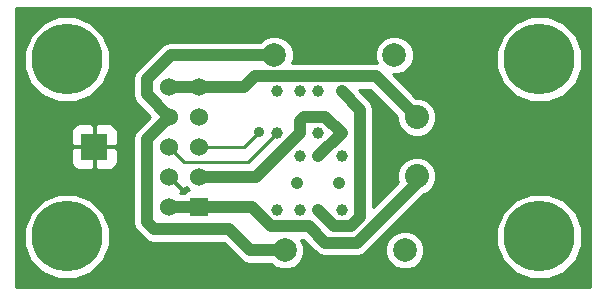
<source format=gbl>
%FSLAX36Y36*%
G04 Gerber Fmt 3.6, Leading zero omitted, Abs format (unit inch)*
G04 Created by KiCad (PCBNEW (2014-jul-16 BZR unknown)-product) date Tue 13 Jan 2015 02:04:58 PM PST*
%MOIN*%
G01*
G04 APERTURE LIST*
%ADD10C,0.003937*%
%ADD11C,0.078700*%
%ADD12R,0.088000X0.088000*%
%ADD13C,0.039370*%
%ADD14C,0.041339*%
%ADD15C,0.080000*%
%ADD16R,0.060000X0.060000*%
%ADD17C,0.060000*%
%ADD18C,0.236220*%
%ADD19C,0.035000*%
%ADD20C,0.040000*%
%ADD21C,0.010000*%
G04 APERTURE END LIST*
D10*
D11*
X5260000Y-4770000D03*
X4860000Y-4770000D03*
X5225000Y-4120000D03*
X4825000Y-4120000D03*
D12*
X4225000Y-4425000D03*
D13*
X4832677Y-4636772D03*
X4911417Y-4636811D03*
X4832677Y-4457677D03*
X4911417Y-4457677D03*
D14*
X4901575Y-4547244D03*
D13*
X4970472Y-4636772D03*
X5049213Y-4636811D03*
X4970472Y-4457677D03*
X5049213Y-4457677D03*
D14*
X5039370Y-4547244D03*
D13*
X4911417Y-4241142D03*
X4832677Y-4241142D03*
X4911417Y-4380906D03*
X4832677Y-4380906D03*
X5049213Y-4241142D03*
X4970472Y-4241142D03*
X5049213Y-4380906D03*
X4970472Y-4380906D03*
D15*
X5300000Y-4523425D03*
X5300000Y-4326575D03*
D16*
X4575000Y-4625000D03*
D17*
X4475000Y-4625000D03*
X4575000Y-4525000D03*
X4475000Y-4525000D03*
X4575000Y-4425000D03*
X4475000Y-4425000D03*
X4575000Y-4325000D03*
X4475000Y-4325000D03*
X4575000Y-4225000D03*
X4475000Y-4225000D03*
D18*
X5708661Y-4724409D03*
X4133858Y-4724409D03*
X5708661Y-4133858D03*
X4133858Y-4133858D03*
D19*
X5110000Y-4660000D03*
X4775000Y-4375000D03*
D20*
X5023701Y-4690000D02*
X5080000Y-4690000D01*
X5080000Y-4690000D02*
X5110000Y-4660000D01*
X5110000Y-4660000D02*
X5110000Y-4350000D01*
X5110000Y-4350000D02*
X5110000Y-4301929D01*
X5110000Y-4301929D02*
X5049213Y-4241142D01*
X4970472Y-4636772D02*
X5023701Y-4690000D01*
D21*
X4575000Y-4425000D02*
X4725000Y-4425000D01*
X4725000Y-4425000D02*
X4775000Y-4375000D01*
X4832677Y-4380906D02*
X4738583Y-4475000D01*
X4525000Y-4475000D02*
X4475000Y-4425000D01*
X4738583Y-4475000D02*
X4525000Y-4475000D01*
D20*
X4575000Y-4225000D02*
X4725000Y-4225000D01*
X5163425Y-4190000D02*
X4760000Y-4190000D01*
X4760000Y-4190000D02*
X4725000Y-4225000D01*
X5163425Y-4190000D02*
X5300000Y-4326575D01*
X4475000Y-4225000D02*
X4575000Y-4225000D01*
X5100000Y-4745000D02*
X4995000Y-4745000D01*
X4940000Y-4690000D02*
X4815000Y-4690000D01*
X4995000Y-4745000D02*
X4940000Y-4690000D01*
X4575000Y-4625000D02*
X4750000Y-4625000D01*
X5300000Y-4545000D02*
X5300000Y-4523425D01*
X5300000Y-4545000D02*
X5100000Y-4745000D01*
X4815000Y-4690000D02*
X4750000Y-4625000D01*
X4475000Y-4625000D02*
X4575000Y-4625000D01*
X4575000Y-4525000D02*
X4765354Y-4525000D01*
X4765354Y-4525000D02*
X4832677Y-4457677D01*
D21*
X4970472Y-4439961D02*
X4970472Y-4457677D01*
D20*
X4834646Y-4457677D02*
X4911417Y-4380906D01*
X4832677Y-4457677D02*
X4834646Y-4457677D01*
X4972441Y-4457677D02*
X5049213Y-4380906D01*
X4970472Y-4457677D02*
X4972441Y-4457677D01*
X4911417Y-4338583D02*
X4925000Y-4325000D01*
X4925000Y-4325000D02*
X4993307Y-4325000D01*
X4993307Y-4325000D02*
X5049213Y-4380906D01*
X4911417Y-4380906D02*
X4911417Y-4338583D01*
X4860000Y-4770000D02*
X4745000Y-4770000D01*
X4745000Y-4770000D02*
X4675000Y-4700000D01*
X4825000Y-4120000D02*
X4480000Y-4120000D01*
X4480000Y-4120000D02*
X4400000Y-4200000D01*
X4475000Y-4325000D02*
X4400000Y-4400000D01*
X4425000Y-4700000D02*
X4675000Y-4700000D01*
X4400000Y-4675000D02*
X4425000Y-4700000D01*
X4400000Y-4400000D02*
X4400000Y-4675000D01*
X4475000Y-4325000D02*
X4400000Y-4250000D01*
X4400000Y-4250000D02*
X4400000Y-4200000D01*
D21*
G36*
X4542208Y-4570000D02*
X4540027Y-4570000D01*
X4530839Y-4573806D01*
X4524645Y-4580000D01*
X4511941Y-4580000D01*
X4513141Y-4579198D01*
X4514962Y-4566376D01*
X4475000Y-4526414D01*
X4474443Y-4526971D01*
X4473029Y-4525557D01*
X4473586Y-4525000D01*
X4473029Y-4524443D01*
X4474443Y-4523029D01*
X4475000Y-4523586D01*
X4475557Y-4523029D01*
X4476971Y-4524443D01*
X4476414Y-4525000D01*
X4516376Y-4564962D01*
X4529198Y-4563141D01*
X4531092Y-4558865D01*
X4542208Y-4570000D01*
X4542208Y-4570000D01*
G37*
X4542208Y-4570000D02*
X4540027Y-4570000D01*
X4530839Y-4573806D01*
X4524645Y-4580000D01*
X4511941Y-4580000D01*
X4513141Y-4579198D01*
X4514962Y-4566376D01*
X4475000Y-4526414D01*
X4474443Y-4526971D01*
X4473029Y-4525557D01*
X4473586Y-4525000D01*
X4473029Y-4524443D01*
X4474443Y-4523029D01*
X4475000Y-4523586D01*
X4475557Y-4523029D01*
X4476971Y-4524443D01*
X4476414Y-4525000D01*
X4516376Y-4564962D01*
X4529198Y-4563141D01*
X4531092Y-4558865D01*
X4542208Y-4570000D01*
G36*
X5878543Y-4894291D02*
X5851796Y-4894291D01*
X5851796Y-4696068D01*
X5851796Y-4105517D01*
X5830055Y-4052899D01*
X5789833Y-4012606D01*
X5737253Y-3990773D01*
X5680320Y-3990723D01*
X5627702Y-4012465D01*
X5587409Y-4052687D01*
X5565576Y-4105267D01*
X5565526Y-4162200D01*
X5587268Y-4214818D01*
X5627490Y-4255110D01*
X5680070Y-4276944D01*
X5737003Y-4276993D01*
X5789621Y-4255252D01*
X5829914Y-4215030D01*
X5851747Y-4162450D01*
X5851796Y-4105517D01*
X5851796Y-4696068D01*
X5830055Y-4643450D01*
X5789833Y-4603157D01*
X5737253Y-4581324D01*
X5680320Y-4581274D01*
X5627702Y-4603016D01*
X5587409Y-4643238D01*
X5565576Y-4695818D01*
X5565526Y-4752751D01*
X5587268Y-4805369D01*
X5627490Y-4845662D01*
X5680070Y-4867495D01*
X5737003Y-4867544D01*
X5789621Y-4845803D01*
X5829914Y-4805581D01*
X5851747Y-4753001D01*
X5851796Y-4696068D01*
X5851796Y-4894291D01*
X5365011Y-4894291D01*
X5365011Y-4510553D01*
X5355136Y-4486654D01*
X5336868Y-4468353D01*
X5312986Y-4458436D01*
X5287127Y-4458414D01*
X5263229Y-4468289D01*
X5244928Y-4486558D01*
X5235011Y-4510439D01*
X5234989Y-4536298D01*
X5237934Y-4543426D01*
X5155000Y-4626360D01*
X5155000Y-4350000D01*
X5155000Y-4301929D01*
X5151575Y-4284708D01*
X5141820Y-4270109D01*
X5106710Y-4235000D01*
X5144786Y-4235000D01*
X5235001Y-4325216D01*
X5234989Y-4339447D01*
X5244864Y-4363346D01*
X5263132Y-4381647D01*
X5287014Y-4391564D01*
X5312873Y-4391586D01*
X5336771Y-4381711D01*
X5355072Y-4363442D01*
X5364989Y-4339561D01*
X5365011Y-4313702D01*
X5355136Y-4289803D01*
X5336868Y-4271503D01*
X5312986Y-4261586D01*
X5298638Y-4261574D01*
X5221412Y-4184347D01*
X5237744Y-4184361D01*
X5261404Y-4174585D01*
X5279521Y-4156499D01*
X5289339Y-4132856D01*
X5289361Y-4107256D01*
X5279585Y-4083596D01*
X5261499Y-4065479D01*
X5237856Y-4055661D01*
X5212256Y-4055639D01*
X5188596Y-4065415D01*
X5170479Y-4083501D01*
X5160661Y-4107144D01*
X5160639Y-4132744D01*
X5165907Y-4145494D01*
X5163425Y-4145000D01*
X4884296Y-4145000D01*
X4889339Y-4132856D01*
X4889361Y-4107256D01*
X4879585Y-4083596D01*
X4861499Y-4065479D01*
X4837856Y-4055661D01*
X4812256Y-4055639D01*
X4788596Y-4065415D01*
X4778994Y-4075000D01*
X4480000Y-4075000D01*
X4462779Y-4078425D01*
X4448180Y-4088180D01*
X4368180Y-4168180D01*
X4358425Y-4182779D01*
X4355000Y-4200000D01*
X4355000Y-4250000D01*
X4358425Y-4267221D01*
X4368180Y-4281820D01*
X4411360Y-4325000D01*
X4368180Y-4368180D01*
X4358425Y-4382779D01*
X4355000Y-4400000D01*
X4355000Y-4675000D01*
X4358425Y-4692221D01*
X4368180Y-4706820D01*
X4393180Y-4731820D01*
X4407779Y-4741575D01*
X4425000Y-4745000D01*
X4656360Y-4745000D01*
X4713180Y-4801820D01*
X4727779Y-4811575D01*
X4745000Y-4815000D01*
X4813996Y-4815000D01*
X4823501Y-4824521D01*
X4847144Y-4834339D01*
X4872744Y-4834361D01*
X4896404Y-4824585D01*
X4914521Y-4806499D01*
X4924339Y-4782856D01*
X4924361Y-4757256D01*
X4915165Y-4735000D01*
X4921360Y-4735000D01*
X4963180Y-4776820D01*
X4977779Y-4786575D01*
X4995000Y-4790000D01*
X5100000Y-4790000D01*
X5117221Y-4786575D01*
X5131820Y-4776820D01*
X5325365Y-4583275D01*
X5336771Y-4578562D01*
X5355072Y-4560293D01*
X5364989Y-4536411D01*
X5365011Y-4510553D01*
X5365011Y-4894291D01*
X5324361Y-4894291D01*
X5324361Y-4757256D01*
X5314585Y-4733596D01*
X5296499Y-4715479D01*
X5272856Y-4705661D01*
X5247256Y-4705639D01*
X5223596Y-4715415D01*
X5205479Y-4733501D01*
X5195661Y-4757144D01*
X5195639Y-4782744D01*
X5205415Y-4806404D01*
X5223501Y-4824521D01*
X5247144Y-4834339D01*
X5272744Y-4834361D01*
X5296404Y-4824585D01*
X5314521Y-4806499D01*
X5324339Y-4782856D01*
X5324361Y-4757256D01*
X5324361Y-4894291D01*
X4304000Y-4894291D01*
X4304000Y-4475962D01*
X4304000Y-4462038D01*
X4304000Y-4434750D01*
X4304000Y-4415250D01*
X4304000Y-4387962D01*
X4304000Y-4374038D01*
X4298672Y-4361174D01*
X4288826Y-4351328D01*
X4276993Y-4346427D01*
X4276993Y-4105517D01*
X4255252Y-4052899D01*
X4215030Y-4012606D01*
X4162450Y-3990773D01*
X4105517Y-3990723D01*
X4052899Y-4012465D01*
X4012606Y-4052687D01*
X3990773Y-4105267D01*
X3990723Y-4162200D01*
X4012465Y-4214818D01*
X4052687Y-4255110D01*
X4105267Y-4276944D01*
X4162200Y-4276993D01*
X4214818Y-4255252D01*
X4255110Y-4215030D01*
X4276944Y-4162450D01*
X4276993Y-4105517D01*
X4276993Y-4346427D01*
X4275962Y-4346000D01*
X4234750Y-4346000D01*
X4226000Y-4354750D01*
X4226000Y-4424000D01*
X4295250Y-4424000D01*
X4304000Y-4415250D01*
X4304000Y-4434750D01*
X4295250Y-4426000D01*
X4226000Y-4426000D01*
X4226000Y-4495250D01*
X4234750Y-4504000D01*
X4275962Y-4504000D01*
X4288826Y-4498672D01*
X4298672Y-4488826D01*
X4304000Y-4475962D01*
X4304000Y-4894291D01*
X4276993Y-4894291D01*
X4276993Y-4696068D01*
X4255252Y-4643450D01*
X4224000Y-4612143D01*
X4224000Y-4495250D01*
X4224000Y-4426000D01*
X4224000Y-4424000D01*
X4224000Y-4354750D01*
X4215250Y-4346000D01*
X4174038Y-4346000D01*
X4161174Y-4351328D01*
X4151328Y-4361174D01*
X4146000Y-4374038D01*
X4146000Y-4387962D01*
X4146000Y-4415250D01*
X4154750Y-4424000D01*
X4224000Y-4424000D01*
X4224000Y-4426000D01*
X4154750Y-4426000D01*
X4146000Y-4434750D01*
X4146000Y-4462038D01*
X4146000Y-4475962D01*
X4151328Y-4488826D01*
X4161174Y-4498672D01*
X4174038Y-4504000D01*
X4215250Y-4504000D01*
X4224000Y-4495250D01*
X4224000Y-4612143D01*
X4215030Y-4603157D01*
X4162450Y-4581324D01*
X4105517Y-4581274D01*
X4052899Y-4603016D01*
X4012606Y-4643238D01*
X3990773Y-4695818D01*
X3990723Y-4752751D01*
X4012465Y-4805369D01*
X4052687Y-4845662D01*
X4105267Y-4867495D01*
X4162200Y-4867544D01*
X4214818Y-4845803D01*
X4255110Y-4805581D01*
X4276944Y-4753001D01*
X4276993Y-4696068D01*
X4276993Y-4894291D01*
X3963976Y-4894291D01*
X3963976Y-3963976D01*
X5878543Y-3963976D01*
X5878543Y-4894291D01*
X5878543Y-4894291D01*
G37*
X5878543Y-4894291D02*
X5851796Y-4894291D01*
X5851796Y-4696068D01*
X5851796Y-4105517D01*
X5830055Y-4052899D01*
X5789833Y-4012606D01*
X5737253Y-3990773D01*
X5680320Y-3990723D01*
X5627702Y-4012465D01*
X5587409Y-4052687D01*
X5565576Y-4105267D01*
X5565526Y-4162200D01*
X5587268Y-4214818D01*
X5627490Y-4255110D01*
X5680070Y-4276944D01*
X5737003Y-4276993D01*
X5789621Y-4255252D01*
X5829914Y-4215030D01*
X5851747Y-4162450D01*
X5851796Y-4105517D01*
X5851796Y-4696068D01*
X5830055Y-4643450D01*
X5789833Y-4603157D01*
X5737253Y-4581324D01*
X5680320Y-4581274D01*
X5627702Y-4603016D01*
X5587409Y-4643238D01*
X5565576Y-4695818D01*
X5565526Y-4752751D01*
X5587268Y-4805369D01*
X5627490Y-4845662D01*
X5680070Y-4867495D01*
X5737003Y-4867544D01*
X5789621Y-4845803D01*
X5829914Y-4805581D01*
X5851747Y-4753001D01*
X5851796Y-4696068D01*
X5851796Y-4894291D01*
X5365011Y-4894291D01*
X5365011Y-4510553D01*
X5355136Y-4486654D01*
X5336868Y-4468353D01*
X5312986Y-4458436D01*
X5287127Y-4458414D01*
X5263229Y-4468289D01*
X5244928Y-4486558D01*
X5235011Y-4510439D01*
X5234989Y-4536298D01*
X5237934Y-4543426D01*
X5155000Y-4626360D01*
X5155000Y-4350000D01*
X5155000Y-4301929D01*
X5151575Y-4284708D01*
X5141820Y-4270109D01*
X5106710Y-4235000D01*
X5144786Y-4235000D01*
X5235001Y-4325216D01*
X5234989Y-4339447D01*
X5244864Y-4363346D01*
X5263132Y-4381647D01*
X5287014Y-4391564D01*
X5312873Y-4391586D01*
X5336771Y-4381711D01*
X5355072Y-4363442D01*
X5364989Y-4339561D01*
X5365011Y-4313702D01*
X5355136Y-4289803D01*
X5336868Y-4271503D01*
X5312986Y-4261586D01*
X5298638Y-4261574D01*
X5221412Y-4184347D01*
X5237744Y-4184361D01*
X5261404Y-4174585D01*
X5279521Y-4156499D01*
X5289339Y-4132856D01*
X5289361Y-4107256D01*
X5279585Y-4083596D01*
X5261499Y-4065479D01*
X5237856Y-4055661D01*
X5212256Y-4055639D01*
X5188596Y-4065415D01*
X5170479Y-4083501D01*
X5160661Y-4107144D01*
X5160639Y-4132744D01*
X5165907Y-4145494D01*
X5163425Y-4145000D01*
X4884296Y-4145000D01*
X4889339Y-4132856D01*
X4889361Y-4107256D01*
X4879585Y-4083596D01*
X4861499Y-4065479D01*
X4837856Y-4055661D01*
X4812256Y-4055639D01*
X4788596Y-4065415D01*
X4778994Y-4075000D01*
X4480000Y-4075000D01*
X4462779Y-4078425D01*
X4448180Y-4088180D01*
X4368180Y-4168180D01*
X4358425Y-4182779D01*
X4355000Y-4200000D01*
X4355000Y-4250000D01*
X4358425Y-4267221D01*
X4368180Y-4281820D01*
X4411360Y-4325000D01*
X4368180Y-4368180D01*
X4358425Y-4382779D01*
X4355000Y-4400000D01*
X4355000Y-4675000D01*
X4358425Y-4692221D01*
X4368180Y-4706820D01*
X4393180Y-4731820D01*
X4407779Y-4741575D01*
X4425000Y-4745000D01*
X4656360Y-4745000D01*
X4713180Y-4801820D01*
X4727779Y-4811575D01*
X4745000Y-4815000D01*
X4813996Y-4815000D01*
X4823501Y-4824521D01*
X4847144Y-4834339D01*
X4872744Y-4834361D01*
X4896404Y-4824585D01*
X4914521Y-4806499D01*
X4924339Y-4782856D01*
X4924361Y-4757256D01*
X4915165Y-4735000D01*
X4921360Y-4735000D01*
X4963180Y-4776820D01*
X4977779Y-4786575D01*
X4995000Y-4790000D01*
X5100000Y-4790000D01*
X5117221Y-4786575D01*
X5131820Y-4776820D01*
X5325365Y-4583275D01*
X5336771Y-4578562D01*
X5355072Y-4560293D01*
X5364989Y-4536411D01*
X5365011Y-4510553D01*
X5365011Y-4894291D01*
X5324361Y-4894291D01*
X5324361Y-4757256D01*
X5314585Y-4733596D01*
X5296499Y-4715479D01*
X5272856Y-4705661D01*
X5247256Y-4705639D01*
X5223596Y-4715415D01*
X5205479Y-4733501D01*
X5195661Y-4757144D01*
X5195639Y-4782744D01*
X5205415Y-4806404D01*
X5223501Y-4824521D01*
X5247144Y-4834339D01*
X5272744Y-4834361D01*
X5296404Y-4824585D01*
X5314521Y-4806499D01*
X5324339Y-4782856D01*
X5324361Y-4757256D01*
X5324361Y-4894291D01*
X4304000Y-4894291D01*
X4304000Y-4475962D01*
X4304000Y-4462038D01*
X4304000Y-4434750D01*
X4304000Y-4415250D01*
X4304000Y-4387962D01*
X4304000Y-4374038D01*
X4298672Y-4361174D01*
X4288826Y-4351328D01*
X4276993Y-4346427D01*
X4276993Y-4105517D01*
X4255252Y-4052899D01*
X4215030Y-4012606D01*
X4162450Y-3990773D01*
X4105517Y-3990723D01*
X4052899Y-4012465D01*
X4012606Y-4052687D01*
X3990773Y-4105267D01*
X3990723Y-4162200D01*
X4012465Y-4214818D01*
X4052687Y-4255110D01*
X4105267Y-4276944D01*
X4162200Y-4276993D01*
X4214818Y-4255252D01*
X4255110Y-4215030D01*
X4276944Y-4162450D01*
X4276993Y-4105517D01*
X4276993Y-4346427D01*
X4275962Y-4346000D01*
X4234750Y-4346000D01*
X4226000Y-4354750D01*
X4226000Y-4424000D01*
X4295250Y-4424000D01*
X4304000Y-4415250D01*
X4304000Y-4434750D01*
X4295250Y-4426000D01*
X4226000Y-4426000D01*
X4226000Y-4495250D01*
X4234750Y-4504000D01*
X4275962Y-4504000D01*
X4288826Y-4498672D01*
X4298672Y-4488826D01*
X4304000Y-4475962D01*
X4304000Y-4894291D01*
X4276993Y-4894291D01*
X4276993Y-4696068D01*
X4255252Y-4643450D01*
X4224000Y-4612143D01*
X4224000Y-4495250D01*
X4224000Y-4426000D01*
X4224000Y-4424000D01*
X4224000Y-4354750D01*
X4215250Y-4346000D01*
X4174038Y-4346000D01*
X4161174Y-4351328D01*
X4151328Y-4361174D01*
X4146000Y-4374038D01*
X4146000Y-4387962D01*
X4146000Y-4415250D01*
X4154750Y-4424000D01*
X4224000Y-4424000D01*
X4224000Y-4426000D01*
X4154750Y-4426000D01*
X4146000Y-4434750D01*
X4146000Y-4462038D01*
X4146000Y-4475962D01*
X4151328Y-4488826D01*
X4161174Y-4498672D01*
X4174038Y-4504000D01*
X4215250Y-4504000D01*
X4224000Y-4495250D01*
X4224000Y-4612143D01*
X4215030Y-4603157D01*
X4162450Y-4581324D01*
X4105517Y-4581274D01*
X4052899Y-4603016D01*
X4012606Y-4643238D01*
X3990773Y-4695818D01*
X3990723Y-4752751D01*
X4012465Y-4805369D01*
X4052687Y-4845662D01*
X4105267Y-4867495D01*
X4162200Y-4867544D01*
X4214818Y-4845803D01*
X4255110Y-4805581D01*
X4276944Y-4753001D01*
X4276993Y-4696068D01*
X4276993Y-4894291D01*
X3963976Y-4894291D01*
X3963976Y-3963976D01*
X5878543Y-3963976D01*
X5878543Y-4894291D01*
M02*

</source>
